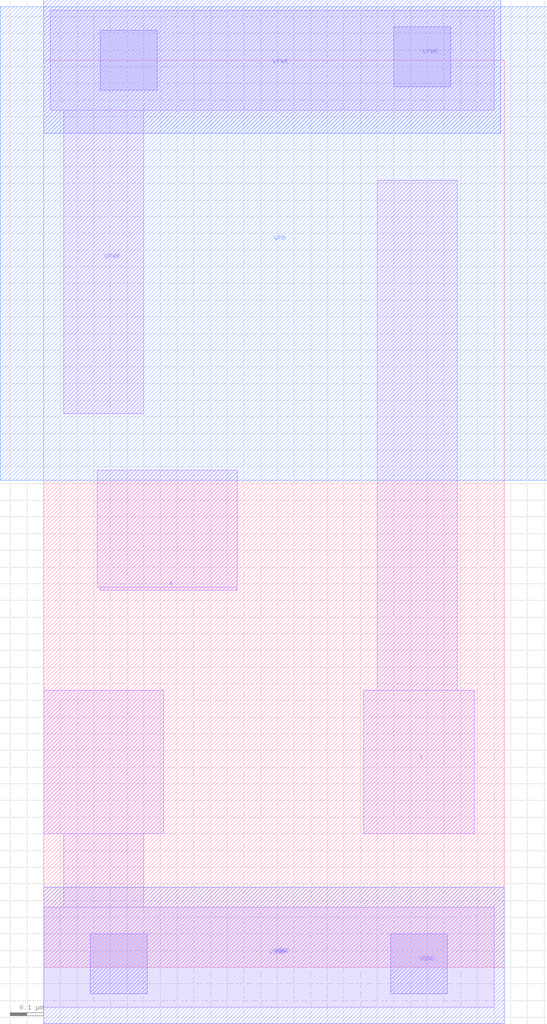
<source format=lef>
VERSION 5.7 ;
  NOWIREEXTENSIONATPIN ON ;
  DIVIDERCHAR "/" ;
  BUSBITCHARS "[]" ;
MACRO sky130_vsdinv_1x
  CLASS CORE ;
  FOREIGN sky130_vsdinv_1x ;
  ORIGIN 0.000 0.000 ;
  SIZE 1.380 BY 2.720 ;
  SYMMETRY X Y R90 ;
  SITE unithd ;
  PIN A
    ANTENNAGATEAREA 0.169500 ;
    PORT
      LAYER li1 ;
        RECT 0.160 1.140 0.580 1.490 ;
        RECT 0.170 1.130 0.580 1.140 ;
    END
  END A
  PIN Y
    DIRECTION OUTPUT ;
    USE SIGNAL ;
    ANTENNADIFFAREA 0.590800 ;
    PORT
      LAYER li1 ;
        RECT 1.000 0.830 1.240 2.360 ;
        RECT 0.960 0.400 1.290 0.830 ;
    END
  END Y
  PIN VGND
    DIRECTION INOUT ;
    USE GROUND ;
    PORT
      LAYER li1 ;
        RECT 0.000 0.400 0.360 0.830 ;
        RECT 0.060 0.180 0.300 0.400 ;
        RECT 0.000 -0.120 1.350 0.180 ;
      LAYER mcon ;
        RECT 0.140 -0.080 0.310 0.100 ;
        RECT 1.040 -0.080 1.210 0.100 ;
      LAYER met1 ;
        RECT 0.000 -0.170 1.380 0.240 ;
    END
  END VGND
  PIN VPWR
    DIRECTION INOUT ;
    USE POWER ;
    PORT
      LAYER li1 ;
        RECT 0.020 2.570 1.350 2.870 ;
        RECT 0.060 1.660 0.300 2.570 ;
      LAYER mcon ;
        RECT 0.170 2.630 0.340 2.810 ;
        RECT 1.050 2.640 1.220 2.820 ;
      LAYER met1 ;
        RECT 0.000 2.500 1.370 2.900 ;
    END
  END VPWR
  PIN VPB
    DIRECTION INOUT ;
    USE POWER ;
    PORT
      LAYER nwell ;
        RECT -0.130 1.460 1.510 2.880 ;
    END
  END VPB
END sky130_vsdinv_1x
END LIBRARY


</source>
